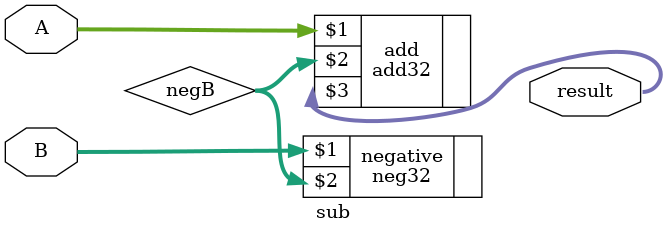
<source format=v>
module sub(A, B, result);

  input [31:0] A, B;
  output [31:0] result;

  wire [31:0] result;
  wire [31:0] negB;

  neg32 negative(B, negB);
  add32 add(A, negB, result);

endmodule

</source>
